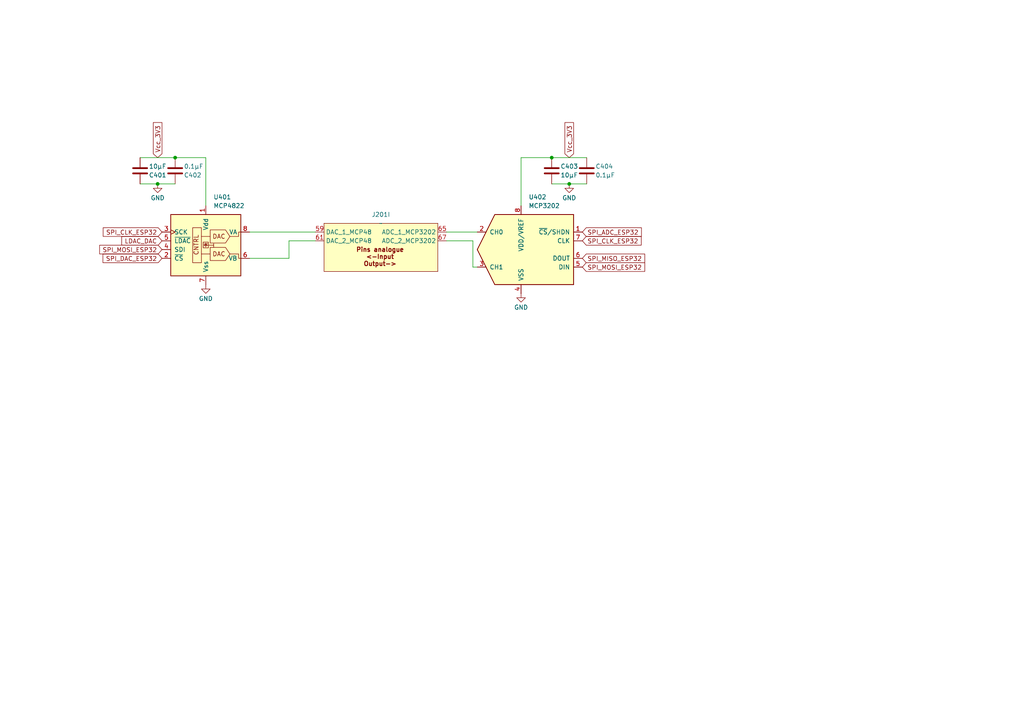
<source format=kicad_sch>
(kicad_sch (version 20231120) (generator "eeschema") (generator_version "8.0")
  (paper "A4")
  (lib_symbols
    (symbol "Analog_ADC:MCP3202" (pin_names (offset 1.016))
      (property "Reference" "U" (at -6.35 11.43 0))
      (property "Value" "MCP3202" (at 11.43 11.43 0))
      (symbol "MCP3202_0_1"
        (polyline (pts (xy 15.24 10.16) (xy -7.62 10.16) (xy -12.7 0) (xy -7.62 -10.16) (xy 15.24 -10.16) (xy 15.24 10.16)) (stroke (width 0.254)) (fill (type background)))
      )
      (symbol "MCP3202_1_1"
        (pin input line (at 17.78 5.08 180) (length 2.54) (name "~{CS}/SHDN") (number "1"))
        (pin passive line (at -12.7 5.08 0) (length 2.54) (name "CH0") (number "2"))
        (pin passive line (at -12.7 -5.08 0) (length 2.54) (name "CH1") (number "3"))
        (pin power_in line (at 0 -12.7 90) (length 2.54) (name "VSS") (number "4"))
        (pin input line (at 17.78 -5.08 180) (length 2.54) (name "DIN") (number "5"))
        (pin output line (at 17.78 -2.54 180) (length 2.54) (name "DOUT") (number "6"))
        (pin input line (at 17.78 2.54 180) (length 2.54) (name "CLK") (number "7"))
        (pin power_in line (at 0 12.7 270) (length 2.54) (name "VDD/VREF") (number "8"))
      )
    )
    (symbol "Analog_DAC:MCP4822" (pin_names (offset 1.016))
      (property "Reference" "U" (at -2.54 10.795 0))
      (property "Value" "MCP4822" (at -2.54 8.89 0))
      (symbol "MCP4822_0_0"
        (polyline (pts (xy 0 -1.778) (xy 0 -0.635)))
        (polyline (pts (xy 0.381 -0.889) (xy 0.508 -0.762)))
        (polyline (pts (xy 2.286 -1.143) (xy 2.286 -1.905)))
        (polyline (pts (xy 0.381 -0.889) (xy -0.381 -0.889) (xy -0.508 -1.016)))
        (polyline (pts (xy 0.762 -1.27) (xy 2.286 -1.27) (xy 2.286 -0.762)))
        (polyline (pts (xy 0 -0.889) (xy 0.508 -1.397) (xy -0.508 -1.397) (xy 0 -0.889)))
        (polyline (pts (xy 6.985 -3.81) (xy 9.525 -3.81) (xy 9.525 -5.08) (xy 10.16 -5.08)))
        (polyline (pts (xy 6.985 1.27) (xy 9.525 1.27) (xy 9.525 2.54) (xy 10.16 2.54)))
        (rectangle (start 0.762 -0.381) (end -0.762 -2.032))
        (text "CNTRL" (at -2.032 -4.191 900) (effects (font (size 1.27 1.27)) (justify left bottom)))
        (text "DAC" (at 3.81 -3.81 0) (effects (font (size 1.27 1.27))))
        (text "DAC" (at 3.81 1.27 0) (effects (font (size 1.27 1.27))))
      )
      (symbol "MCP4822_0_1"
        (rectangle (start -10.16 7.62) (end 10.16 -10.16) (stroke (width 0.254)) (fill (type background)))
        (rectangle (start -1.27 -6.35) (end -3.81 3.81))
        (polyline (pts (xy 1.27 -3.81) (xy -1.27 -3.81)))
        (polyline (pts (xy 1.27 1.27) (xy -1.27 1.27)))
        (polyline (pts (xy 6.985 -3.81) (xy 5.715 -1.905) (xy 1.27 -1.905) (xy 1.27 -5.715) (xy 5.715 -5.715) (xy 6.985 -3.81)))
        (polyline (pts (xy 6.985 1.27) (xy 5.715 3.175) (xy 1.27 3.175) (xy 1.27 -0.635) (xy 5.715 -0.635) (xy 6.985 1.27)))
      )
      (symbol "MCP4822_1_1"
        (pin power_in line (at 0 10.16 270) (length 2.54) (name "Vdd") (number "1"))
        (pin input line (at -12.7 -5.08 0) (length 2.54) (name "~{CS}") (number "2"))
        (pin input clock (at -12.7 2.54 0) (length 2.54) (name "SCK") (number "3"))
        (pin input line (at -12.7 -2.54 0) (length 2.54) (name "SDI") (number "4"))
        (pin input line (at -12.7 0 0) (length 2.54) (name "~{LDAC}") (number "5"))
        (pin output line (at 12.7 -5.08 180) (length 2.54) (name "VB") (number "6"))
        (pin power_in line (at 0 -12.7 90) (length 2.54) (name "Vss") (number "7"))
        (pin output line (at 12.7 2.54 180) (length 2.54) (name "VA") (number "8"))
      )
    )
    (symbol "Device:C" (pin_numbers hide) (pin_names (offset 0.254))
      (property "Reference" "C" (at 0.635 2.54 0))
      (property "Value" "C" (at 0.635 -2.54 0))
      (symbol "C_0_1"
        (polyline (pts (xy -2.032 -0.762) (xy 2.032 -0.762)) (stroke (width 0.508)))
        (polyline (pts (xy -2.032 0.762) (xy 2.032 0.762)) (stroke (width 0.508)))
      )
      (symbol "C_1_1"
        (pin passive line (at 0 3.81 270) (length 2.794) (name "~") (number "1"))
        (pin passive line (at 0 -3.81 90) (length 2.794) (name "~") (number "2"))
      )
    )
    (symbol "connecteur_m2_key_E:connecteur_SOM_ESP32"
      (property "Reference" "J" (at 0.254 16.51 0))
      (symbol "connecteur_SOM_ESP32_1_1"
        (rectangle (start -13.97 7.62) (end 13.97 -27.94) (stroke (width 0) (color 72 0 0 1)) (fill (type background)))
        (text "Pins d'alimentation\n&\nResets" (at 0 -9.144 0) (effects (font (size 1.27 1.27) (bold yes))))
        (pin power_in line (at 16.51 6.35 180) (length 2.54) (name "GND") (number "1"))
        (pin power_in line (at 16.51 1.27 180) (length 2.54) (name "GND") (number "18"))
        (pin power_in line (at -16.51 6.35 0) (length 2.54) (name "Vcc_3v3") (number "2"))
        (pin power_in line (at 16.51 -1.27 180) (length 2.54) (name "GND") (number "33"))
        (pin power_in line (at 16.51 -3.81 180) (length 2.54) (name "GND") (number "38"))
        (pin power_in line (at 16.51 -6.35 180) (length 2.54) (name "GND") (number "39"))
        (pin power_in line (at -16.51 3.81 0) (length 2.54) (name "Vcc_3v3") (number "4"))
        (pin power_in line (at 16.51 -8.89 180) (length 2.54) (name "GND") (number "45"))
        (pin power_in line (at 16.51 -11.43 180) (length 2.54) (name "GND") (number "51"))
        (pin bidirectional line (at -16.51 1.27 0) (length 2.54) (name "RESET_AUTRES") (number "54"))
        (pin power_in line (at 16.51 -13.97 180) (length 2.54) (name "GND") (number "55"))
        (pin bidirectional line (at -16.51 -21.59 0) (length 2.54) (name "RESET_ESP32") (number "56"))
        (pin power_in line (at 16.51 -16.51 180) (length 2.54) (name "GND") (number "57"))
        (pin power_in line (at 16.51 -19.05 180) (length 2.54) (name "GND") (number "62"))
        (pin power_in line (at 16.51 -21.59 180) (length 2.54) (name "GND") (number "63"))
        (pin power_in line (at 16.51 -24.13 180) (length 2.54) (name "GND") (number "69"))
        (pin power_in line (at 16.51 3.81 180) (length 2.54) (name "GND") (number "7"))
        (pin power_in line (at -16.51 -24.13 0) (length 2.54) (name "Vcc_3v3") (number "72"))
        (pin power_in line (at -16.51 -26.67 0) (length 2.54) (name "Vcc_3v3") (number "74"))
        (pin power_in line (at 16.51 -26.67 180) (length 2.54) (name "GND") (number "75"))
      )
      (symbol "connecteur_SOM_ESP32_2_1"
        (rectangle (start -17.78 11.43) (end 16.51 -12.7) (stroke (width 0) (color 0 0 72 1)) (fill (type background)))
        (text "I2C" (at -0.254 -0.254 0) (effects (font (size 1.27 1.27))))
        (pin bidirectional line (at 19.05 7.62 180) (length 2.54) (name "I2C_SCL_1_TCA") (number "11"))
        (pin bidirectional line (at 19.05 3.81 180) (length 2.54) (name "I2C_SDA_2_TCA") (number "13"))
        (pin bidirectional line (at 19.05 -2.54 180) (length 2.54) (name "I2C_SDA_3_TCA") (number "14"))
        (pin bidirectional line (at 19.05 1.27 180) (length 2.54) (name "I2C_SCL_2_TCA") (number "15"))
        (pin bidirectional line (at 19.05 -5.08 180) (length 2.54) (name "I2C_SCL_3_TCA") (number "16"))
        (pin bidirectional line (at 19.05 -8.89 180) (length 2.54) (name "I2C_SDA_4_TCA") (number "17"))
        (pin bidirectional line (at 19.05 -11.43 180) (length 2.54) (name "I2C_SCL_4_TCA") (number "19"))
        (pin bidirectional line (at -20.32 1.27 0) (length 2.54) (name "I2C_SDA_ESP32") (number "58"))
        (pin bidirectional line (at -20.32 -1.27 0) (length 2.54) (name "I2C_SCL_ESP32") (number "60"))
        (pin bidirectional line (at 19.05 10.16 180) (length 2.54) (name "I2C_SDA_1_TCA") (number "9"))
      )
      (symbol "connecteur_SOM_ESP32_3_1"
        (rectangle (start -2.54 6.35) (end 15.24 -7.62) (stroke (width 0) (color 0 0 72 1)) (fill (type background)))
        (text "SPI" (at 0 0 0) (effects (font (size 1.27 1.27) (bold yes))))
        (pin bidirectional line (at 17.78 5.08 180) (length 2.54) (name "SPI_CS_5") (number "20"))
        (pin bidirectional line (at 17.78 2.54 180) (length 2.54) (name "SPI_CS_6") (number "21"))
        (pin bidirectional line (at 17.78 -1.27 180) (length 2.54) (name "SPI_CLK") (number "23"))
        (pin bidirectional line (at 17.78 -3.81 180) (length 2.54) (name "SPI_MOSI") (number "35"))
        (pin bidirectional line (at 17.78 -6.35 180) (length 2.54) (name "SPI_MISO") (number "37"))
      )
      (symbol "connecteur_SOM_ESP32_4_1"
        (rectangle (start -13.97 2.54) (end 10.16 -2.54) (stroke (width 0) (color 0 0 72 1)) (fill (type background)))
        (text "Canbus" (at -9.906 0.254 0) (effects (font (size 1.27 1.27) (bold yes))))
        (pin bidirectional line (at 12.7 1.27 180) (length 2.54) (name "CAN_H_MCP2515") (number "71"))
        (pin bidirectional line (at 12.7 -1.27 180) (length 2.54) (name "CAN_L_MCP2515") (number "73"))
      )
      (symbol "connecteur_SOM_ESP32_5_1"
        (rectangle (start -3.81 2.54) (end 11.43 -2.54) (stroke (width 0) (color 0 0 72 1)) (fill (type background)))
        (text "UART" (at -0.254 0.254 0) (effects (font (size 1.27 1.27) (bold yes))))
        (pin bidirectional line (at 13.97 1.27 180) (length 2.54) (name "UART_TX") (number "22"))
        (pin bidirectional line (at 13.97 -1.27 180) (length 2.54) (name "UART_RX") (number "32"))
      )
      (symbol "connecteur_SOM_ESP32_6_1"
        (rectangle (start -11.43 2.54) (end 11.43 -2.54) (stroke (width 0) (color 0 0 72 1)) (fill (type background)))
        (text "USB" (at -8.636 0.254 0) (effects (font (size 1.27 1.27) (bold yes))))
        (pin bidirectional line (at 13.97 -1.27 180) (length 2.54) (name "USB_D+_FT231") (number "3"))
        (pin bidirectional line (at 13.97 1.27 180) (length 2.54) (name "USB_D-_FT231") (number "5"))
      )
      (symbol "connecteur_SOM_ESP32_7_1"
        (rectangle (start -12.7 2.54) (end 11.43 -2.54) (stroke (width 0) (color 0 0 72 1)) (fill (type background)))
        (text "DEBUG" (at -8.636 0.254 0) (effects (font (size 1.27 1.27) (bold yes))))
        (pin bidirectional line (at 13.97 1.27 180) (length 2.54) (name "USB_DEBUG_D-") (number "46"))
        (pin bidirectional line (at 13.97 -1.27 180) (length 2.54) (name "USB_DEBUG_D+") (number "48"))
      )
      (symbol "connecteur_SOM_ESP32_8_1"
        (rectangle (start -8.89 5.08) (end 11.43 -2.54) (stroke (width 0) (color 0 0 72 1)) (fill (type background)))
        (text "I2S" (at -5.842 1.27 0) (effects (font (size 1.27 1.27) (bold yes))))
        (pin bidirectional line (at 13.97 1.27 180) (length 2.54) (name "I2S_WS") (number "10"))
        (pin bidirectional line (at 13.97 -1.27 180) (length 2.54) (name "I2S_DIN/DOUT") (number "12"))
        (pin bidirectional line (at 13.97 3.81 180) (length 2.54) (name "I2S_BCLK") (number "8"))
      )
      (symbol "connecteur_SOM_ESP32_9_1"
        (rectangle (start -16.51 3.81) (end 16.51 -10.16) (fill (type background)))
        (text "Pins analogue\n<-Input\nOutput->" (at -0.254 -5.842 0) (effects (font (size 1.27 1.27) (bold yes))))
        (pin bidirectional line (at -19.05 1.27 0) (length 2.54) (name "DAC_1_MCP48") (number "59"))
        (pin bidirectional line (at -19.05 -1.27 0) (length 2.54) (name "DAC_2_MCP48") (number "61"))
        (pin power_in line (at 19.05 1.27 180) (length 2.54) (name "ADC_1_MCP3202") (number "65"))
        (pin power_in line (at 19.05 -1.27 180) (length 2.54) (name "ADC_2_MCP3202") (number "67"))
      )
      (symbol "connecteur_SOM_ESP32_10_1"
        (rectangle (start -19.05 5.08) (end 6.35 -5.08) (stroke (width 0) (color 0 72 0 1)) (fill (type background)))
        (text "Sortie PWM\n" (at -13.208 0.254 0) (effects (font (size 1.27 1.27))))
        (pin output line (at 8.89 3.81 180) (length 2.54) (name "PWM_1_PCA") (number "64"))
        (pin output line (at 8.89 1.27 180) (length 2.54) (name "PWM_2_PCA") (number "66"))
        (pin output line (at 8.89 -1.27 180) (length 2.54) (name "PWM_3_PCA") (number "68"))
        (pin output line (at 8.89 -3.81 180) (length 2.54) (name "PWM_4_PCA") (number "70"))
      )
      (symbol "connecteur_SOM_ESP32_11_1"
        (rectangle (start -12.7 7.62) (end 13.97 -5.08) (stroke (width 0) (color 0 72 0 1)) (fill (type background)))
        (text "ESP32\n" (at 0.508 -2.794 0) (effects (font (size 1.27 1.27))))
        (text "GPIO pins" (at 0.508 5.842 0) (effects (font (size 1.27 1.27))))
        (pin bidirectional line (at 16.51 -1.27 180) (length 2.54) (name "GPIO47") (number "34"))
        (pin bidirectional line (at 16.51 -3.81 180) (length 2.54) (name "GPIO48") (number "36"))
        (pin bidirectional line (at -15.24 6.35 0) (length 2.54) (name "GPIO15") (number "40"))
        (pin bidirectional line (at -15.24 3.81 0) (length 2.54) (name "GPIO16") (number "41"))
        (pin bidirectional line (at -15.24 1.27 0) (length 2.54) (name "GPIO26") (number "42"))
        (pin bidirectional line (at -15.24 -1.27 0) (length 2.54) (name "GPIO33") (number "43"))
        (pin bidirectional line (at -15.24 -3.81 0) (length 2.54) (name "GPIO34") (number "44"))
        (pin bidirectional line (at 16.51 6.35 180) (length 2.54) (name "GPIO45") (number "52"))
        (pin bidirectional line (at 16.51 3.81 180) (length 2.54) (name "GPIO46") (number "53"))
        (pin bidirectional line (at 16.51 1.27 180) (length 2.54) (name "GPIO38&LED") (number "6"))
      )
      (symbol "connecteur_SOM_ESP32_12_1"
        (rectangle (start -8.89 3.81) (end 8.89 -3.81) (fill (type background)))
        (text "Sortie\nclock" (at -5.334 0 0) (effects (font (size 1.27 1.27) (bold yes))))
        (pin output line (at 11.43 2.54 180) (length 2.54) (name "REFCLKn/NC") (number "47"))
        (pin output line (at 11.43 0 180) (length 2.54) (name "REFCLKp/NC") (number "49"))
        (pin output line (at 11.43 -2.54 180) (length 2.54) (name "SUSCLK") (number "50"))
      )
    )
    (symbol "power:GND" (power) (pin_numbers hide) (pin_names (offset 0) hide)
      (property "Value" "GND" (at 0 -3.81 0))
      (symbol "GND_0_1"
        (polyline (pts (xy 0 0) (xy 0 -1.27) (xy 1.27 -1.27) (xy 0 -2.54) (xy -1.27 -1.27) (xy 0 -1.27)))
      )
      (symbol "GND_1_1"
        (pin power_in line (at 0 0 270) (length 0) (name "~") (number "1"))
      )
    )
  )
  (junction (at 165.1 53.34))
  (junction (at 45.72 53.34))
  (junction (at 50.8 45.72))
  (junction (at 160.02 45.72))
  (wire (pts (xy 50.8 45.72) (xy 59.69 45.72)))
  (wire (pts (xy 72.39 74.93) (xy 83.82 74.93)))
  (wire (pts (xy 137.16 69.85) (xy 137.16 77.47)))
  (wire (pts (xy 160.02 45.72) (xy 170.18 45.72)))
  (wire (pts (xy 59.69 59.69) (xy 59.69 45.72)))
  (wire (pts (xy 83.82 74.93) (xy 83.82 69.85)))
  (wire (pts (xy 40.64 45.72) (xy 50.8 45.72)))
  (wire (pts (xy 72.39 67.31) (xy 91.44 67.31)))
  (wire (pts (xy 40.64 53.34) (xy 45.72 53.34)))
  (wire (pts (xy 151.13 59.69) (xy 151.13 45.72)))
  (wire (pts (xy 129.54 67.31) (xy 138.43 67.31)))
  (wire (pts (xy 83.82 69.85) (xy 91.44 69.85)))
  (wire (pts (xy 160.02 53.34) (xy 165.1 53.34)))
  (wire (pts (xy 137.16 77.47) (xy 138.43 77.47)))
  (wire (pts (xy 165.1 53.34) (xy 170.18 53.34)))
  (wire (pts (xy 45.72 53.34) (xy 50.8 53.34)))
  (wire (pts (xy 151.13 45.72) (xy 160.02 45.72)))
  (wire (pts (xy 129.54 69.85) (xy 137.16 69.85)))
  (global_label "SPI_DAC_ESP32" (shape input) (at 46.99 74.93 180) (property "Intersheetrefs" "${INTERSHEET_REFS}" (effects (hide yes))))
  (global_label "SPI_MOSI_ESP32" (shape input) (at 46.99 72.39 180) (property "Intersheetrefs" "${INTERSHEET_REFS}" (effects (hide yes))))
  (global_label "Vcc_3V3" (shape input) (at 165.1 45.72 90) (property "Intersheetrefs" "${INTERSHEET_REFS}" (effects (hide yes))))
  (global_label "LDAC_DAC" (shape input) (at 46.99 69.85 180) (property "Intersheetrefs" "${INTERSHEET_REFS}" (effects (hide yes))))
  (global_label "Vcc_3V3" (shape input) (at 45.72 45.72 90) (property "Intersheetrefs" "${INTERSHEET_REFS}" (effects (hide yes))))
  (global_label "SPI_MOSI_ESP32" (shape input) (at 168.91 77.47 0) (property "Intersheetrefs" "${INTERSHEET_REFS}" (effects (hide yes))))
  (global_label "SPI_MISO_ESP32" (shape input) (at 168.91 74.93 0) (property "Intersheetrefs" "${INTERSHEET_REFS}" (effects (hide yes))))
  (global_label "SPI_CLK_ESP32" (shape input) (at 168.91 69.85 0) (property "Intersheetrefs" "${INTERSHEET_REFS}" (effects (hide yes))))
  (global_label "SPI_CLK_ESP32" (shape input) (at 46.99 67.31 180) (property "Intersheetrefs" "${INTERSHEET_REFS}" (effects (hide yes))))
  (global_label "SPI_ADC_ESP32" (shape input) (at 168.91 67.31 0) (property "Intersheetrefs" "${INTERSHEET_REFS}" (effects (hide yes))))
  (symbol (lib_id "Device:C") (at 40.64 49.53 0) (mirror x) (unit 1)
    (property "Reference" "C401" (at 43.18 50.8 0) (effects (justify left)))
    (property "Value" "10µF" (at 43.18 48.26 0) (effects (justify left)))
    (property "Footprint" "Resistor_SMD:R_0805_2012Metric" (effects (hide yes)))
    (property "Description" "Unpolarized capacitor" (effects (hide yes)))
  )
  (symbol (lib_id "Analog_DAC:MCP4822") (at 59.69 69.85 0) (unit 1)
    (property "Reference" "U401" (at 61.8841 57.15 0) (effects (justify left)))
    (property "Value" "MCP4822" (at 61.8841 59.69 0) (effects (justify left)))
    (property "Footprint" "Package_SO:SOIC-8_3.9x4.9mm_P1.27mm" (effects (hide yes)))
    (property "Datasheet" "http://ww1.microchip.com/downloads/en/DeviceDoc/20002249B.pdf" (effects (hide yes)))
    (property "Description" "2-Channel 12-Bit D/A Converters with SPI Interface and Internal Reference (2.048V)" (effects (hide yes)))
  )
  (symbol (lib_id "power:GND") (at 151.13 85.09 0) (unit 1)
    (property "Reference" "#PWR0403" (effects (hide yes)))
    (property "Value" "GND" (at 151.13 89.154 0))
    (property "Description" "Power symbol creates a global label with name \"GND\" , ground" (effects (hide yes)))
  )
  (symbol (lib_id "Device:C") (at 160.02 49.53 0) (unit 1)
    (property "Reference" "C403" (at 162.56 48.26 0) (effects (justify left)))
    (property "Value" "10µF" (at 162.56 50.8 0) (effects (justify left)))
    (property "Footprint" "Resistor_SMD:R_0805_2012Metric" (effects (hide yes)))
    (property "Description" "Unpolarized capacitor" (effects (hide yes)))
  )
  (symbol (lib_id "connecteur_m2_key_E:connecteur_SOM_ESP32") (at 110.49 68.58 0) (unit 9)
    (property "Reference" "J201" (at 110.49 62.23 0))
    (property "Value" "~" (at 110.49 64.77 0))
    (property "Footprint" "connecteur_M2_key_E:NGFF_E" (effects (hide yes)))
  )
  (symbol (lib_id "Device:C") (at 50.8 49.53 0) (mirror x) (unit 1)
    (property "Reference" "C402" (at 53.34 50.8 0) (effects (justify left)))
    (property "Value" "0.1µF" (at 53.34 48.26 0) (effects (justify left)))
    (property "Footprint" "Resistor_SMD:R_0805_2012Metric" (effects (hide yes)))
    (property "Description" "Unpolarized capacitor" (effects (hide yes)))
  )
  (symbol (lib_id "power:GND") (at 45.72 53.34 0) (mirror y) (unit 1)
    (property "Reference" "#PWR0401" (effects (hide yes)))
    (property "Value" "GND" (at 45.72 57.404 0))
    (property "Description" "Power symbol creates a global label with name \"GND\" , ground" (effects (hide yes)))
  )
  (symbol (lib_id "power:GND") (at 165.1 53.34 0) (unit 1)
    (property "Reference" "#PWR0404" (effects (hide yes)))
    (property "Value" "GND" (at 165.1 57.404 0))
    (property "Description" "Power symbol creates a global label with name \"GND\" , ground" (effects (hide yes)))
  )
  (symbol (lib_id "Analog_ADC:MCP3202") (at 151.13 72.39 0) (unit 1)
    (property "Reference" "U402" (at 153.3241 57.15 0) (effects (justify left)))
    (property "Value" "MCP3202" (at 153.3241 59.69 0) (effects (justify left)))
    (property "Footprint" "Package_SO:SOIC-8_3.9x4.9mm_P1.27mm" (effects (hide yes)))
    (property "Datasheet" "http://ww1.microchip.com/downloads/en/DeviceDoc/21034D.pdf" (effects (hide yes)))
    (property "Description" "A/D Converter, 12-Bit, 2-Channel, SPI Interface, 2.7V-5.5V" (effects (hide yes)))
  )
  (symbol (lib_id "power:GND") (at 59.69 82.55 0) (unit 1)
    (property "Reference" "#PWR0402" (effects (hide yes)))
    (property "Value" "GND" (at 59.69 86.614 0))
    (property "Description" "Power symbol creates a global label with name \"GND\" , ground" (effects (hide yes)))
  )
  (symbol (lib_id "Device:C") (at 170.18 49.53 0) (unit 1)
    (property "Reference" "C404" (at 172.72 48.26 0) (effects (justify left)))
    (property "Value" "0.1µF" (at 172.72 50.8 0) (effects (justify left)))
    (property "Footprint" "Resistor_SMD:R_0805_2012Metric" (effects (hide yes)))
    (property "Description" "Unpolarized capacitor" (effects (hide yes)))
  )
)
</source>
